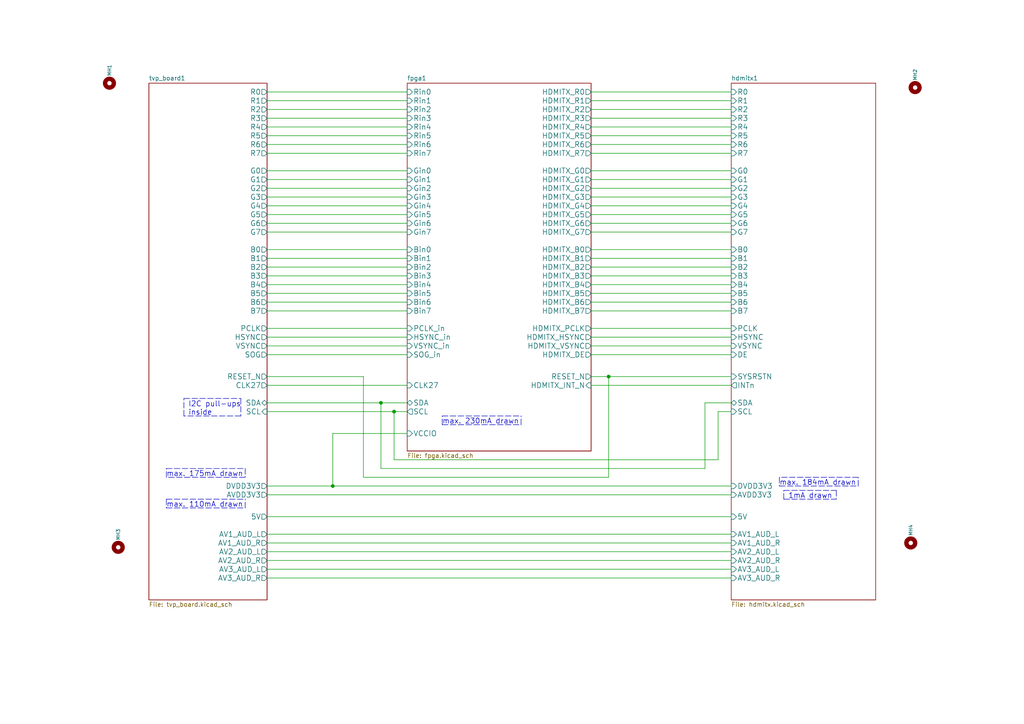
<source format=kicad_sch>
(kicad_sch (version 20211123) (generator eeschema)
  (paper "A4")
  (title_block (title "Open Source Scan Converter") (date "2023-05-18") (rev "1.8"))
  (lib_symbols
    (symbol "Mechanical:MountingHole" (pin_names (offset 1.016))
      (property "Reference" "H" (at 0 5.08 0))
      (property "Value" "MountingHole" (at 0 3.175 0))
      (symbol "MountingHole_0_1"
        (circle (center 0 0) (radius 1.27) (stroke (width 1.27)))
      )
    )
  )
  (junction (at 176.53 109.22))
  (junction (at 96.52 140.97))
  (junction (at 114.3 119.38))
  (junction (at 110.49 116.84))
  (wire (pts (xy 77.47 74.93) (xy 118.11 74.93)))
  (wire (pts (xy 77.47 49.53) (xy 118.11 49.53)))
  (wire (pts (xy 171.45 49.53) (xy 212.09 49.53)))
  (wire (pts (xy 77.47 57.15) (xy 118.11 57.15)))
  (polyline (pts (xy 48.26 135.89) (xy 71.12 135.89)))
  (wire (pts (xy 171.45 36.83) (xy 212.09 36.83)))
  (wire (pts (xy 77.47 87.63) (xy 118.11 87.63)))
  (polyline (pts (xy 226.06 138.43) (xy 226.06 140.97)))
  (polyline (pts (xy 48.26 144.78) (xy 71.12 144.78)))
  (polyline (pts (xy 227.33 142.24) (xy 242.57 142.24)))
  (polyline (pts (xy 48.26 144.78) (xy 48.26 147.32)))
  (wire (pts (xy 171.45 95.25) (xy 212.09 95.25)))
  (wire (pts (xy 77.47 62.23) (xy 118.11 62.23)))
  (wire (pts (xy 171.45 52.07) (xy 212.09 52.07)))
  (wire (pts (xy 114.3 119.38) (xy 114.3 133.35)))
  (wire (pts (xy 96.52 140.97) (xy 212.09 140.97)))
  (wire (pts (xy 77.47 31.75) (xy 118.11 31.75)))
  (polyline (pts (xy 242.57 142.24) (xy 242.57 144.78)))
  (polyline (pts (xy 69.85 120.65) (xy 53.34 120.65)))
  (wire (pts (xy 77.47 154.94) (xy 212.09 154.94)))
  (wire (pts (xy 77.47 167.64) (xy 212.09 167.64)))
  (wire (pts (xy 171.45 67.31) (xy 212.09 67.31)))
  (polyline (pts (xy 227.33 144.78) (xy 242.57 144.78)))
  (polyline (pts (xy 71.12 138.43) (xy 48.26 138.43)))
  (wire (pts (xy 118.11 95.25) (xy 77.47 95.25)))
  (polyline (pts (xy 48.26 147.32) (xy 71.12 147.32)))
  (wire (pts (xy 171.45 111.76) (xy 212.09 111.76)))
  (wire (pts (xy 77.47 29.21) (xy 118.11 29.21)))
  (wire (pts (xy 171.45 44.45) (xy 212.09 44.45)))
  (wire (pts (xy 77.47 119.38) (xy 114.3 119.38)))
  (wire (pts (xy 77.47 77.47) (xy 118.11 77.47)))
  (wire (pts (xy 171.45 64.77) (xy 212.09 64.77)))
  (polyline (pts (xy 248.92 140.97) (xy 248.92 138.43)))
  (wire (pts (xy 77.47 109.22) (xy 105.41 109.22)))
  (wire (pts (xy 77.47 100.33) (xy 118.11 100.33)))
  (wire (pts (xy 77.47 67.31) (xy 118.11 67.31)))
  (polyline (pts (xy 69.85 115.57) (xy 69.85 120.65)))
  (wire (pts (xy 171.45 100.33) (xy 212.09 100.33)))
  (polyline (pts (xy 151.13 123.19) (xy 151.13 120.65)))
  (wire (pts (xy 77.47 54.61) (xy 118.11 54.61)))
  (polyline (pts (xy 128.27 123.19) (xy 151.13 123.19)))
  (wire (pts (xy 105.41 138.43) (xy 105.41 109.22)))
  (wire (pts (xy 208.28 119.38) (xy 208.28 133.35)))
  (polyline (pts (xy 226.06 140.97) (xy 248.92 140.97)))
  (wire (pts (xy 77.47 90.17) (xy 118.11 90.17)))
  (wire (pts (xy 171.45 74.93) (xy 212.09 74.93)))
  (wire (pts (xy 171.45 102.87) (xy 212.09 102.87)))
  (wire (pts (xy 171.45 87.63) (xy 212.09 87.63)))
  (wire (pts (xy 171.45 41.91) (xy 212.09 41.91)))
  (wire (pts (xy 77.47 102.87) (xy 118.11 102.87)))
  (wire (pts (xy 77.47 59.69) (xy 118.11 59.69)))
  (wire (pts (xy 77.47 26.67) (xy 118.11 26.67)))
  (wire (pts (xy 77.47 149.86) (xy 212.09 149.86)))
  (wire (pts (xy 171.45 57.15) (xy 212.09 57.15)))
  (polyline (pts (xy 71.12 135.89) (xy 71.12 138.43)))
  (wire (pts (xy 77.47 162.56) (xy 212.09 162.56)))
  (wire (pts (xy 171.45 29.21) (xy 212.09 29.21)))
  (wire (pts (xy 171.45 97.79) (xy 212.09 97.79)))
  (wire (pts (xy 176.53 109.22) (xy 212.09 109.22)))
  (polyline (pts (xy 53.34 120.65) (xy 53.34 115.57)))
  (wire (pts (xy 171.45 77.47) (xy 212.09 77.47)))
  (wire (pts (xy 171.45 62.23) (xy 212.09 62.23)))
  (polyline (pts (xy 71.12 147.32) (xy 71.12 144.78)))
  (wire (pts (xy 204.47 116.84) (xy 212.09 116.84)))
  (wire (pts (xy 77.47 82.55) (xy 118.11 82.55)))
  (polyline (pts (xy 248.92 138.43) (xy 226.06 138.43)))
  (wire (pts (xy 96.52 125.73) (xy 96.52 140.97)))
  (polyline (pts (xy 48.26 138.43) (xy 48.26 135.89)))
  (wire (pts (xy 176.53 138.43) (xy 105.41 138.43)))
  (wire (pts (xy 77.47 36.83) (xy 118.11 36.83)))
  (wire (pts (xy 208.28 119.38) (xy 212.09 119.38)))
  (polyline (pts (xy 53.34 115.57) (xy 69.85 115.57)))
  (wire (pts (xy 114.3 119.38) (xy 118.11 119.38)))
  (wire (pts (xy 171.45 31.75) (xy 212.09 31.75)))
  (wire (pts (xy 77.47 97.79) (xy 118.11 97.79)))
  (polyline (pts (xy 227.33 144.78) (xy 227.33 142.24)))
  (wire (pts (xy 171.45 90.17) (xy 212.09 90.17)))
  (wire (pts (xy 77.47 80.01) (xy 118.11 80.01)))
  (wire (pts (xy 171.45 82.55) (xy 212.09 82.55)))
  (wire (pts (xy 77.47 34.29) (xy 118.11 34.29)))
  (wire (pts (xy 171.45 59.69) (xy 212.09 59.69)))
  (wire (pts (xy 110.49 116.84) (xy 118.11 116.84)))
  (wire (pts (xy 77.47 157.48) (xy 212.09 157.48)))
  (wire (pts (xy 208.28 133.35) (xy 114.3 133.35)))
  (wire (pts (xy 171.45 34.29) (xy 212.09 34.29)))
  (wire (pts (xy 171.45 80.01) (xy 212.09 80.01)))
  (wire (pts (xy 176.53 109.22) (xy 176.53 138.43)))
  (wire (pts (xy 110.49 116.84) (xy 110.49 135.89)))
  (wire (pts (xy 77.47 143.51) (xy 212.09 143.51)))
  (wire (pts (xy 171.45 72.39) (xy 212.09 72.39)))
  (wire (pts (xy 171.45 109.22) (xy 176.53 109.22)))
  (wire (pts (xy 96.52 125.73) (xy 118.11 125.73)))
  (wire (pts (xy 171.45 54.61) (xy 212.09 54.61)))
  (wire (pts (xy 77.47 64.77) (xy 118.11 64.77)))
  (wire (pts (xy 77.47 39.37) (xy 118.11 39.37)))
  (wire (pts (xy 77.47 44.45) (xy 118.11 44.45)))
  (polyline (pts (xy 128.27 120.65) (xy 151.13 120.65)))
  (wire (pts (xy 77.47 116.84) (xy 110.49 116.84)))
  (polyline (pts (xy 128.27 123.19) (xy 128.27 120.65)))
  (wire (pts (xy 171.45 39.37) (xy 212.09 39.37)))
  (wire (pts (xy 171.45 26.67) (xy 212.09 26.67)))
  (wire (pts (xy 77.47 160.02) (xy 212.09 160.02)))
  (wire (pts (xy 77.47 72.39) (xy 118.11 72.39)))
  (wire (pts (xy 204.47 135.89) (xy 110.49 135.89)))
  (wire (pts (xy 77.47 85.09) (xy 118.11 85.09)))
  (wire (pts (xy 77.47 140.97) (xy 96.52 140.97)))
  (wire (pts (xy 77.47 165.1) (xy 212.09 165.1)))
  (wire (pts (xy 77.47 41.91) (xy 118.11 41.91)))
  (wire (pts (xy 171.45 85.09) (xy 212.09 85.09)))
  (wire (pts (xy 204.47 116.84) (xy 204.47 135.89)))
  (wire (pts (xy 77.47 111.76) (xy 118.11 111.76)))
  (wire (pts (xy 77.47 52.07) (xy 118.11 52.07)))
  (text "1mA drawn" (at 228.6 144.78 0) (effects (font (size 1.524 1.524)) (justify left bottom)))
  (text "max. 230mA drawn" (at 128.27 123.19 0) (effects (font (size 1.524 1.524)) (justify left bottom)))
  (text "max. 184mA drawn" (at 226.06 140.97 0) (effects (font (size 1.524 1.524)) (justify left bottom)))
  (text "max. 110mA drawn" (at 48.26 147.32 0) (effects (font (size 1.524 1.524)) (justify left bottom)))
  (text "max. 175mA drawn" (at 48.26 138.43 0) (effects (font (size 1.524 1.524)) (justify left bottom)))
  (text "I2C pull-ups\ninside" (at 54.61 120.65 0) (effects (font (size 1.524 1.524)) (justify left bottom)))
  (symbol (lib_id "Mechanical:MountingHole") (at 31.75 24.13 90) (unit 1)
    (property "Reference" "MH1" (at 31.75 22.098 0) (effects (font (size 1.016 1.016)) (justify left)))
    (property "Value" "CONN_1" (effects hide))
    (property "Footprint" "Connect:1pin" (effects hide))
  )
  (symbol (lib_id "Mechanical:MountingHole") (at 34.29 158.75 90) (unit 1)
    (property "Reference" "MH3" (at 34.29 156.718 0) (effects (font (size 1.016 1.016)) (justify left)))
    (property "Value" "CONN_1" (effects hide))
    (property "Footprint" "Connect:1pin" (effects hide))
  )
  (symbol (lib_id "Mechanical:MountingHole") (at 265.43 25.4 90) (unit 1)
    (property "Reference" "MH2" (at 265.43 23.368 0) (effects (font (size 1.016 1.016)) (justify left)))
    (property "Value" "CONN_1" (effects hide))
    (property "Footprint" "Connect:1pin" (effects hide))
  )
  (symbol (lib_id "Mechanical:MountingHole") (at 264.16 157.48 90) (unit 1)
    (property "Reference" "MH4" (at 264.16 155.448 0) (effects (font (size 1.016 1.016)) (justify left)))
    (property "Value" "CONN_1" (effects hide))
    (property "Footprint" "Connect:1pin" (effects hide))
  )
  (sheet (at 43.18 24.13) (size 34.29 149.86)
    (property "Sheet name" "tvp_board1" (at 43.18 23.4184 0) (effects (justify left bottom)))
    (property "Sheet file" "tvp_board.kicad_sch" (at 43.18 174.5746 0) (effects (justify left top)))
    (pin "R0" output (at 77.47 26.67 0) (effects (font (size 1.524 1.524))))
    (pin "R2" output (at 77.47 31.75 0) (effects (font (size 1.524 1.524))))
    (pin "R4" output (at 77.47 36.83 0) (effects (font (size 1.524 1.524))))
    (pin "R6" output (at 77.47 41.91 0) (effects (font (size 1.524 1.524))))
    (pin "G0" output (at 77.47 49.53 0) (effects (font (size 1.524 1.524))))
    (pin "R1" output (at 77.47 29.21 0) (effects (font (size 1.524 1.524))))
    (pin "R3" output (at 77.47 34.29 0) (effects (font (size 1.524 1.524))))
    (pin "R5" output (at 77.47 39.37 0) (effects (font (size 1.524 1.524))))
    (pin "R7" output (at 77.47 44.45 0) (effects (font (size 1.524 1.524))))
    (pin "G1" output (at 77.47 52.07 0) (effects (font (size 1.524 1.524))))
    (pin "G2" output (at 77.47 54.61 0) (effects (font (size 1.524 1.524))))
    (pin "G4" output (at 77.47 59.69 0) (effects (font (size 1.524 1.524))))
    (pin "G6" output (at 77.47 64.77 0) (effects (font (size 1.524 1.524))))
    (pin "G3" output (at 77.47 57.15 0) (effects (font (size 1.524 1.524))))
    (pin "G5" output (at 77.47 62.23 0) (effects (font (size 1.524 1.524))))
    (pin "G7" output (at 77.47 67.31 0) (effects (font (size 1.524 1.524))))
    (pin "B0" output (at 77.47 72.39 0) (effects (font (size 1.524 1.524))))
    (pin "B2" output (at 77.47 77.47 0) (effects (font (size 1.524 1.524))))
    (pin "B4" output (at 77.47 82.55 0) (effects (font (size 1.524 1.524))))
    (pin "B6" output (at 77.47 87.63 0) (effects (font (size 1.524 1.524))))
    (pin "B1" output (at 77.47 74.93 0) (effects (font (size 1.524 1.524))))
    (pin "B3" output (at 77.47 80.01 0) (effects (font (size 1.524 1.524))))
    (pin "B5" output (at 77.47 85.09 0) (effects (font (size 1.524 1.524))))
    (pin "B7" output (at 77.47 90.17 0) (effects (font (size 1.524 1.524))))
    (pin "RESET_N" output (at 77.47 109.22 0) (effects (font (size 1.524 1.524))))
    (pin "HSYNC" output (at 77.47 97.79 0) (effects (font (size 1.524 1.524))))
    (pin "VSYNC" output (at 77.47 100.33 0) (effects (font (size 1.524 1.524))))
    (pin "SOG" output (at 77.47 102.87 0) (effects (font (size 1.524 1.524))))
    (pin "PCLK" output (at 77.47 95.25 0) (effects (font (size 1.524 1.524))))
    (pin "SDA" bidirectional (at 77.47 116.84 0) (effects (font (size 1.524 1.524))))
    (pin "SCL" input (at 77.47 119.38 0) (effects (font (size 1.524 1.524))))
    (pin "AVDD3V3" output (at 77.47 143.51 0) (effects (font (size 1.524 1.524))))
    (pin "DVDD3V3" output (at 77.47 140.97 0) (effects (font (size 1.524 1.524))))
    (pin "CLK27" output (at 77.47 111.76 0) (effects (font (size 1.524 1.524))))
    (pin "5V" output (at 77.47 149.86 0) (effects (font (size 1.524 1.524))))
    (pin "AV2_AUD_L" output (at 77.47 160.02 0) (effects (font (size 1.524 1.524))))
    (pin "AV2_AUD_R" output (at 77.47 162.56 0) (effects (font (size 1.524 1.524))))
    (pin "AV1_AUD_L" output (at 77.47 154.94 0) (effects (font (size 1.524 1.524))))
    (pin "AV1_AUD_R" output (at 77.47 157.48 0) (effects (font (size 1.524 1.524))))
    (pin "AV3_AUD_L" output (at 77.47 165.1 0) (effects (font (size 1.524 1.524))))
    (pin "AV3_AUD_R" output (at 77.47 167.64 0) (effects (font (size 1.524 1.524))))
  )
  (sheet (at 118.11 24.13) (size 53.34 106.68)
    (property "Sheet name" "fpga1" (at 118.11 23.4184 0) (effects (justify left bottom)))
    (property "Sheet file" "fpga.kicad_sch" (at 118.11 131.3946 0) (effects (justify left top)))
    (pin "SDA" bidirectional (at 118.11 116.84 180) (effects (font (size 1.524 1.524))))
    (pin "SCL" output (at 118.11 119.38 180) (effects (font (size 1.524 1.524))))
    (pin "PCLK_in" input (at 118.11 95.25 180) (effects (font (size 1.524 1.524))))
    (pin "HSYNC_in" input (at 118.11 97.79 180) (effects (font (size 1.524 1.524))))
    (pin "VSYNC_in" input (at 118.11 100.33 180) (effects (font (size 1.524 1.524))))
    (pin "SOG_in" input (at 118.11 102.87 180) (effects (font (size 1.524 1.524))))
    (pin "HDMITX_INT_N" input (at 171.45 111.76 0) (effects (font (size 1.524 1.524))))
    (pin "HDMITX_VSYNC" output (at 171.45 100.33 0) (effects (font (size 1.524 1.524))))
    (pin "HDMITX_HSYNC" output (at 171.45 97.79 0) (effects (font (size 1.524 1.524))))
    (pin "HDMITX_DE" output (at 171.45 102.87 0) (effects (font (size 1.524 1.524))))
    (pin "HDMITX_PCLK" output (at 171.45 95.25 0) (effects (font (size 1.524 1.524))))
    (pin "Rin0" input (at 118.11 26.67 180) (effects (font (size 1.524 1.524))))
    (pin "Rin1" input (at 118.11 29.21 180) (effects (font (size 1.524 1.524))))
    (pin "Rin2" input (at 118.11 31.75 180) (effects (font (size 1.524 1.524))))
    (pin "Rin3" input (at 118.11 34.29 180) (effects (font (size 1.524 1.524))))
    (pin "Rin4" input (at 118.11 36.83 180) (effects (font (size 1.524 1.524))))
    (pin "Rin5" input (at 118.11 39.37 180) (effects (font (size 1.524 1.524))))
    (pin "Rin6" input (at 118.11 41.91 180) (effects (font (size 1.524 1.524))))
    (pin "Rin7" input (at 118.11 44.45 180) (effects (font (size 1.524 1.524))))
    (pin "Gin0" input (at 118.11 49.53 180) (effects (font (size 1.524 1.524))))
    (pin "Gin1" input (at 118.11 52.07 180) (effects (font (size 1.524 1.524))))
    (pin "Gin2" input (at 118.11 54.61 180) (effects (font (size 1.524 1.524))))
    (pin "Gin3" input (at 118.11 57.15 180) (effects (font (size 1.524 1.524))))
    (pin "Gin4" input (at 118.11 59.69 180) (effects (font (size 1.524 1.524))))
    (pin "Gin5" input (at 118.11 62.23 180) (effects (font (size 1.524 1.524))))
    (pin "Gin6" input (at 118.11 64.77 180) (effects (font (size 1.524 1.524))))
    (pin "Gin7" input (at 118.11 67.31 180) (effects (font (size 1.524 1.524))))
    (pin "Bin0" input (at 118.11 72.39 180) (effects (font (size 1.524 1.524))))
    (pin "Bin1" input (at 118.11 74.93 180) (effects (font (size 1.524 1.524))))
    (pin "Bin2" input (at 118.11 77.47 180) (effects (font (size 1.524 1.524))))
    (pin "Bin3" input (at 118.11 80.01 180) (effects (font (size 1.524 1.524))))
    (pin "Bin4" input (at 118.11 82.55 180) (effects (font (size 1.524 1.524))))
    (pin "Bin5" input (at 118.11 85.09 180) (effects (font (size 1.524 1.524))))
    (pin "Bin6" input (at 118.11 87.63 180) (effects (font (size 1.524 1.524))))
    (pin "Bin7" input (at 118.11 90.17 180) (effects (font (size 1.524 1.524))))
    (pin "HDMITX_B0" output (at 171.45 72.39 0) (effects (font (size 1.524 1.524))))
    (pin "HDMITX_B1" output (at 171.45 74.93 0) (effects (font (size 1.524 1.524))))
    (pin "HDMITX_B2" output (at 171.45 77.47 0) (effects (font (size 1.524 1.524))))
    (pin "HDMITX_B3" output (at 171.45 80.01 0) (effects (font (size 1.524 1.524))))
    (pin "HDMITX_B4" output (at 171.45 82.55 0) (effects (font (size 1.524 1.524))))
    (pin "HDMITX_B5" output (at 171.45 85.09 0) (effects (font (size 1.524 1.524))))
    (pin "HDMITX_B6" output (at 171.45 87.63 0) (effects (font (size 1.524 1.524))))
    (pin "HDMITX_B7" output (at 171.45 90.17 0) (effects (font (size 1.524 1.524))))
    (pin "HDMITX_G0" output (at 171.45 49.53 0) (effects (font (size 1.524 1.524))))
    (pin "HDMITX_G1" output (at 171.45 52.07 0) (effects (font (size 1.524 1.524))))
    (pin "HDMITX_G2" output (at 171.45 54.61 0) (effects (font (size 1.524 1.524))))
    (pin "HDMITX_G3" output (at 171.45 57.15 0) (effects (font (size 1.524 1.524))))
    (pin "HDMITX_G4" output (at 171.45 59.69 0) (effects (font (size 1.524 1.524))))
    (pin "HDMITX_G5" output (at 171.45 62.23 0) (effects (font (size 1.524 1.524))))
    (pin "HDMITX_G6" output (at 171.45 64.77 0) (effects (font (size 1.524 1.524))))
    (pin "HDMITX_G7" output (at 171.45 67.31 0) (effects (font (size 1.524 1.524))))
    (pin "HDMITX_R0" output (at 171.45 26.67 0) (effects (font (size 1.524 1.524))))
    (pin "HDMITX_R1" output (at 171.45 29.21 0) (effects (font (size 1.524 1.524))))
    (pin "HDMITX_R2" output (at 171.45 31.75 0) (effects (font (size 1.524 1.524))))
    (pin "HDMITX_R3" output (at 171.45 34.29 0) (effects (font (size 1.524 1.524))))
    (pin "HDMITX_R4" output (at 171.45 36.83 0) (effects (font (size 1.524 1.524))))
    (pin "HDMITX_R5" output (at 171.45 39.37 0) (effects (font (size 1.524 1.524))))
    (pin "HDMITX_R6" output (at 171.45 41.91 0) (effects (font (size 1.524 1.524))))
    (pin "HDMITX_R7" output (at 171.45 44.45 0) (effects (font (size 1.524 1.524))))
    (pin "VCCIO" input (at 118.11 125.73 180) (effects (font (size 1.524 1.524))))
    (pin "CLK27" input (at 118.11 111.76 180) (effects (font (size 1.524 1.524))))
    (pin "RESET_N" output (at 171.45 109.22 0) (effects (font (size 1.524 1.524))))
  )
  (sheet (at 212.09 24.13) (size 41.91 149.86)
    (property "Sheet name" "hdmitx1" (at 212.09 23.4184 0) (effects (justify left bottom)))
    (property "Sheet file" "hdmitx.kicad_sch" (at 212.09 174.5746 0) (effects (justify left top)))
    (pin "DE" input (at 212.09 102.87 180) (effects (font (size 1.524 1.524))))
    (pin "HSYNC" input (at 212.09 97.79 180) (effects (font (size 1.524 1.524))))
    (pin "VSYNC" input (at 212.09 100.33 180) (effects (font (size 1.524 1.524))))
    (pin "SDA" bidirectional (at 212.09 116.84 180) (effects (font (size 1.524 1.524))))
    (pin "SCL" input (at 212.09 119.38 180) (effects (font (size 1.524 1.524))))
    (pin "B0" input (at 212.09 72.39 180) (effects (font (size 1.524 1.524))))
    (pin "B1" input (at 212.09 74.93 180) (effects (font (size 1.524 1.524))))
    (pin "B2" input (at 212.09 77.47 180) (effects (font (size 1.524 1.524))))
    (pin "B3" input (at 212.09 80.01 180) (effects (font (size 1.524 1.524))))
    (pin "B4" input (at 212.09 82.55 180) (effects (font (size 1.524 1.524))))
    (pin "B5" input (at 212.09 85.09 180) (effects (font (size 1.524 1.524))))
    (pin "B6" input (at 212.09 87.63 180) (effects (font (size 1.524 1.524))))
    (pin "B7" input (at 212.09 90.17 180) (effects (font (size 1.524 1.524))))
    (pin "G0" input (at 212.09 49.53 180) (effects (font (size 1.524 1.524))))
    (pin "G1" input (at 212.09 52.07 180) (effects (font (size 1.524 1.524))))
    (pin "G2" input (at 212.09 54.61 180) (effects (font (size 1.524 1.524))))
    (pin "G3" input (at 212.09 57.15 180) (effects (font (size 1.524 1.524))))
    (pin "G4" input (at 212.09 59.69 180) (effects (font (size 1.524 1.524))))
    (pin "G5" input (at 212.09 62.23 180) (effects (font (size 1.524 1.524))))
    (pin "G6" input (at 212.09 64.77 180) (effects (font (size 1.524 1.524))))
    (pin "G7" input (at 212.09 67.31 180) (effects (font (size 1.524 1.524))))
    (pin "R0" input (at 212.09 26.67 180) (effects (font (size 1.524 1.524))))
    (pin "R1" input (at 212.09 29.21 180) (effects (font (size 1.524 1.524))))
    (pin "R2" input (at 212.09 31.75 180) (effects (font (size 1.524 1.524))))
    (pin "R3" input (at 212.09 34.29 180) (effects (font (size 1.524 1.524))))
    (pin "R4" input (at 212.09 36.83 180) (effects (font (size 1.524 1.524))))
    (pin "R5" input (at 212.09 39.37 180) (effects (font (size 1.524 1.524))))
    (pin "R6" input (at 212.09 41.91 180) (effects (font (size 1.524 1.524))))
    (pin "R7" input (at 212.09 44.45 180) (effects (font (size 1.524 1.524))))
    (pin "PCLK" input (at 212.09 95.25 180) (effects (font (size 1.524 1.524))))
    (pin "SYSRSTN" input (at 212.09 109.22 180) (effects (font (size 1.524 1.524))))
    (pin "INTn" output (at 212.09 111.76 180) (effects (font (size 1.524 1.524))))
    (pin "DVDD3V3" input (at 212.09 140.97 180) (effects (font (size 1.524 1.524))))
    (pin "AVDD3V3" input (at 212.09 143.51 180) (effects (font (size 1.524 1.524))))
    (pin "5V" input (at 212.09 149.86 180) (effects (font (size 1.524 1.524))))
    (pin "AV1_AUD_L" input (at 212.09 154.94 180) (effects (font (size 1.524 1.524))))
    (pin "AV1_AUD_R" input (at 212.09 157.48 180) (effects (font (size 1.524 1.524))))
    (pin "AV2_AUD_L" input (at 212.09 160.02 180) (effects (font (size 1.524 1.524))))
    (pin "AV2_AUD_R" input (at 212.09 162.56 180) (effects (font (size 1.524 1.524))))
    (pin "AV3_AUD_L" input (at 212.09 165.1 180) (effects (font (size 1.524 1.524))))
    (pin "AV3_AUD_R" input (at 212.09 167.64 180) (effects (font (size 1.524 1.524))))
  )
)
</source>
